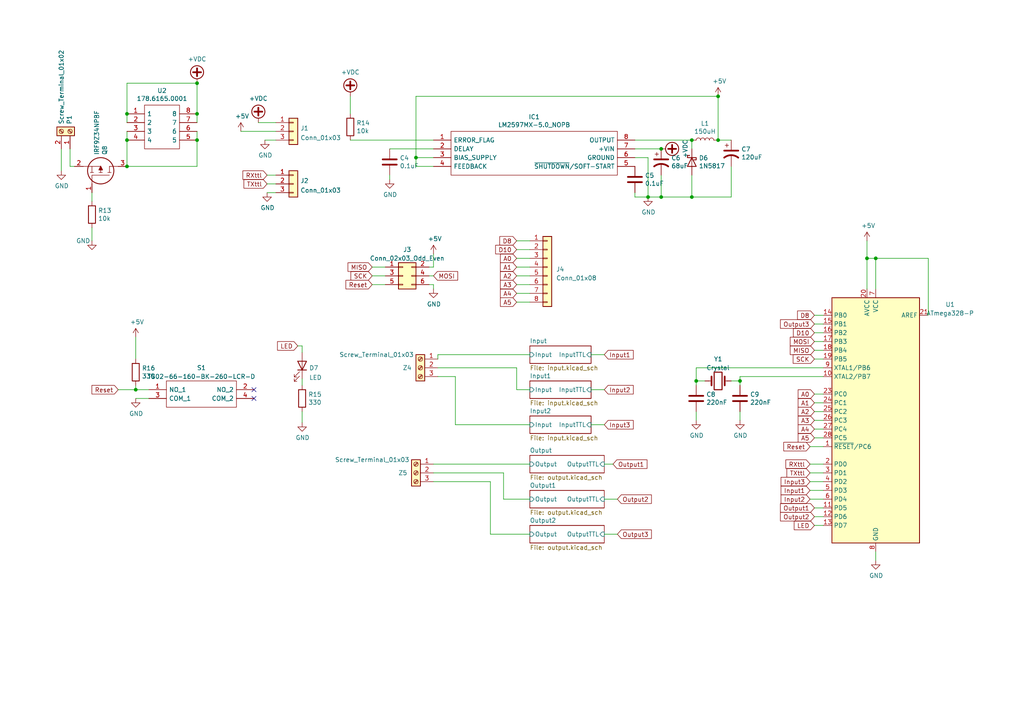
<source format=kicad_sch>
(kicad_sch (version 20230121) (generator eeschema)
  (paper "A4")
  (lib_symbols
    (symbol "Connector:Screw_Terminal_01x02" (pin_names (offset 1.016) hide)
      (property "Reference" "J" (at 0 2.54 0))
      (property "Value" "Screw_Terminal_01x02" (at 0 -5.08 0))
      (symbol "Screw_Terminal_01x02_1_1"
        (rectangle (start -1.27 1.27) (end 1.27 -3.81) (stroke (width 0.254)) (fill (type background)))
        (circle (center 0 -2.54) (radius 0.635) (stroke (width 0.1524)))
        (polyline (pts (xy -0.5334 -2.2098) (xy 0.3302 -3.048)) (stroke (width 0.1524)))
        (polyline (pts (xy -0.5334 0.3302) (xy 0.3302 -0.508)) (stroke (width 0.1524)))
        (polyline (pts (xy -0.3556 -2.032) (xy 0.508 -2.8702)) (stroke (width 0.1524)))
        (polyline (pts (xy -0.3556 0.508) (xy 0.508 -0.3302)) (stroke (width 0.1524)))
        (circle (center 0 0) (radius 0.635) (stroke (width 0.1524)))
        (pin passive line (at -5.08 0 0) (length 3.81) (name "Pin_1") (number "1"))
        (pin passive line (at -5.08 -2.54 0) (length 3.81) (name "Pin_2") (number "2"))
      )
    )
    (symbol "Connector:Screw_Terminal_01x03" (pin_names (offset 1.016) hide)
      (property "Reference" "J" (at 0 5.08 0))
      (property "Value" "Screw_Terminal_01x03" (at 0 -5.08 0))
      (symbol "Screw_Terminal_01x03_1_1"
        (rectangle (start -1.27 3.81) (end 1.27 -3.81) (stroke (width 0.254)) (fill (type background)))
        (circle (center 0 -2.54) (radius 0.635) (stroke (width 0.1524)))
        (polyline (pts (xy -0.5334 -2.2098) (xy 0.3302 -3.048)) (stroke (width 0.1524)))
        (polyline (pts (xy -0.5334 0.3302) (xy 0.3302 -0.508)) (stroke (width 0.1524)))
        (polyline (pts (xy -0.5334 2.8702) (xy 0.3302 2.032)) (stroke (width 0.1524)))
        (polyline (pts (xy -0.3556 -2.032) (xy 0.508 -2.8702)) (stroke (width 0.1524)))
        (polyline (pts (xy -0.3556 0.508) (xy 0.508 -0.3302)) (stroke (width 0.1524)))
        (polyline (pts (xy -0.3556 3.048) (xy 0.508 2.2098)) (stroke (width 0.1524)))
        (circle (center 0 0) (radius 0.635) (stroke (width 0.1524)))
        (circle (center 0 2.54) (radius 0.635) (stroke (width 0.1524)))
        (pin passive line (at -5.08 2.54 0) (length 3.81) (name "Pin_1") (number "1"))
        (pin passive line (at -5.08 0 0) (length 3.81) (name "Pin_2") (number "2"))
        (pin passive line (at -5.08 -2.54 0) (length 3.81) (name "Pin_3") (number "3"))
      )
    )
    (symbol "Connector_Generic:Conn_01x03" (pin_names (offset 1.016) hide)
      (property "Reference" "J" (at 0 5.08 0))
      (property "Value" "Conn_01x03" (at 0 -5.08 0))
      (symbol "Conn_01x03_1_1"
        (rectangle (start -1.27 -2.413) (end 0 -2.667) (stroke (width 0.1524)))
        (rectangle (start -1.27 0.127) (end 0 -0.127) (stroke (width 0.1524)))
        (rectangle (start -1.27 2.667) (end 0 2.413) (stroke (width 0.1524)))
        (rectangle (start -1.27 3.81) (end 1.27 -3.81) (stroke (width 0.254)) (fill (type background)))
        (pin passive line (at -5.08 2.54 0) (length 3.81) (name "Pin_1") (number "1"))
        (pin passive line (at -5.08 0 0) (length 3.81) (name "Pin_2") (number "2"))
        (pin passive line (at -5.08 -2.54 0) (length 3.81) (name "Pin_3") (number "3"))
      )
    )
    (symbol "Connector_Generic:Conn_01x08" (pin_names (offset 1.016) hide)
      (property "Reference" "J" (at 0 10.16 0))
      (property "Value" "Conn_01x08" (at 0 -12.7 0))
      (symbol "Conn_01x08_1_1"
        (rectangle (start -1.27 -10.033) (end 0 -10.287) (stroke (width 0.1524)))
        (rectangle (start -1.27 -7.493) (end 0 -7.747) (stroke (width 0.1524)))
        (rectangle (start -1.27 -4.953) (end 0 -5.207) (stroke (width 0.1524)))
        (rectangle (start -1.27 -2.413) (end 0 -2.667) (stroke (width 0.1524)))
        (rectangle (start -1.27 0.127) (end 0 -0.127) (stroke (width 0.1524)))
        (rectangle (start -1.27 2.667) (end 0 2.413) (stroke (width 0.1524)))
        (rectangle (start -1.27 5.207) (end 0 4.953) (stroke (width 0.1524)))
        (rectangle (start -1.27 7.747) (end 0 7.493) (stroke (width 0.1524)))
        (rectangle (start -1.27 8.89) (end 1.27 -11.43) (stroke (width 0.254)) (fill (type background)))
        (pin passive line (at -5.08 7.62 0) (length 3.81) (name "Pin_1") (number "1"))
        (pin passive line (at -5.08 5.08 0) (length 3.81) (name "Pin_2") (number "2"))
        (pin passive line (at -5.08 2.54 0) (length 3.81) (name "Pin_3") (number "3"))
        (pin passive line (at -5.08 0 0) (length 3.81) (name "Pin_4") (number "4"))
        (pin passive line (at -5.08 -2.54 0) (length 3.81) (name "Pin_5") (number "5"))
        (pin passive line (at -5.08 -5.08 0) (length 3.81) (name "Pin_6") (number "6"))
        (pin passive line (at -5.08 -7.62 0) (length 3.81) (name "Pin_7") (number "7"))
        (pin passive line (at -5.08 -10.16 0) (length 3.81) (name "Pin_8") (number "8"))
      )
    )
    (symbol "Connector_Generic:Conn_02x03_Odd_Even" (pin_names (offset 1.016) hide)
      (property "Reference" "J" (at 1.27 5.08 0))
      (property "Value" "Conn_02x03_Odd_Even" (at 1.27 -5.08 0))
      (symbol "Conn_02x03_Odd_Even_1_1"
        (rectangle (start -1.27 -2.413) (end 0 -2.667) (stroke (width 0.1524)))
        (rectangle (start -1.27 0.127) (end 0 -0.127) (stroke (width 0.1524)))
        (rectangle (start -1.27 2.667) (end 0 2.413) (stroke (width 0.1524)))
        (rectangle (start -1.27 3.81) (end 3.81 -3.81) (stroke (width 0.254)) (fill (type background)))
        (rectangle (start 3.81 -2.413) (end 2.54 -2.667) (stroke (width 0.1524)))
        (rectangle (start 3.81 0.127) (end 2.54 -0.127) (stroke (width 0.1524)))
        (rectangle (start 3.81 2.667) (end 2.54 2.413) (stroke (width 0.1524)))
        (pin passive line (at -5.08 2.54 0) (length 3.81) (name "Pin_1") (number "1"))
        (pin passive line (at 7.62 2.54 180) (length 3.81) (name "Pin_2") (number "2"))
        (pin passive line (at -5.08 0 0) (length 3.81) (name "Pin_3") (number "3"))
        (pin passive line (at 7.62 0 180) (length 3.81) (name "Pin_4") (number "4"))
        (pin passive line (at -5.08 -2.54 0) (length 3.81) (name "Pin_5") (number "5"))
        (pin passive line (at 7.62 -2.54 180) (length 3.81) (name "Pin_6") (number "6"))
      )
    )
    (symbol "Device:C" (pin_numbers hide) (pin_names (offset 0.254))
      (property "Reference" "C" (at 0.635 2.54 0))
      (property "Value" "C" (at 0.635 -2.54 0))
      (symbol "C_0_1"
        (polyline (pts (xy -2.032 -0.762) (xy 2.032 -0.762)) (stroke (width 0.508)))
        (polyline (pts (xy -2.032 0.762) (xy 2.032 0.762)) (stroke (width 0.508)))
      )
      (symbol "C_1_1"
        (pin passive line (at 0 3.81 270) (length 2.794) (name "~") (number "1"))
        (pin passive line (at 0 -3.81 90) (length 2.794) (name "~") (number "2"))
      )
    )
    (symbol "Device:CP1" (pin_numbers hide) (pin_names (offset 0.254) hide)
      (property "Reference" "C" (at 0.635 2.54 0))
      (property "Value" "Device_CP1" (at 0.635 -2.54 0))
      (symbol "CP1_0_1"
        (polyline (pts (xy -2.032 0.762) (xy 2.032 0.762)) (stroke (width 0.508)))
        (polyline (pts (xy -1.778 2.286) (xy -0.762 2.286)))
        (polyline (pts (xy -1.27 1.778) (xy -1.27 2.794)))
        (arc (start 2.032 -1.27) (mid 0 -0.5572) (end -2.032 -1.27) (stroke (width 0.508)))
      )
      (symbol "CP1_1_1"
        (pin passive line (at 0 3.81 270) (length 2.794) (name "~") (number "1"))
        (pin passive line (at 0 -3.81 90) (length 3.302) (name "~") (number "2"))
      )
    )
    (symbol "Device:Crystal" (pin_numbers hide) (pin_names (offset 1.016) hide)
      (property "Reference" "Y" (at 0 3.81 0))
      (property "Value" "Crystal" (at 0 -3.81 0))
      (symbol "Crystal_0_1"
        (rectangle (start -1.143 2.54) (end 1.143 -2.54) (stroke (width 0.3048)))
        (polyline (pts (xy -2.54 0) (xy -1.905 0)))
        (polyline (pts (xy -1.905 -1.27) (xy -1.905 1.27)) (stroke (width 0.508)))
        (polyline (pts (xy 1.905 -1.27) (xy 1.905 1.27)) (stroke (width 0.508)))
        (polyline (pts (xy 2.54 0) (xy 1.905 0)))
      )
      (symbol "Crystal_1_1"
        (pin passive line (at -3.81 0 0) (length 1.27) (name "1") (number "1"))
        (pin passive line (at 3.81 0 180) (length 1.27) (name "2") (number "2"))
      )
    )
    (symbol "Device:L" (pin_numbers hide) (pin_names (offset 1.016) hide)
      (property "Reference" "L" (at -1.27 0 90))
      (property "Value" "L" (at 1.905 0 90))
      (symbol "L_0_1"
        (arc (start 0 -2.54) (mid 0.6323 -1.905) (end 0 -1.27))
        (arc (start 0 -1.27) (mid 0.6323 -0.635) (end 0 0))
        (arc (start 0 0) (mid 0.6323 0.635) (end 0 1.27))
        (arc (start 0 1.27) (mid 0.6323 1.905) (end 0 2.54))
      )
      (symbol "L_1_1"
        (pin passive line (at 0 3.81 270) (length 1.27) (name "1") (number "1"))
        (pin passive line (at 0 -3.81 90) (length 1.27) (name "2") (number "2"))
      )
    )
    (symbol "Device:LED" (pin_numbers hide) (pin_names (offset 1.016) hide)
      (property "Reference" "D" (at 0 2.54 0))
      (property "Value" "LED" (at 0 -2.54 0))
      (symbol "LED_0_1"
        (polyline (pts (xy -1.27 -1.27) (xy -1.27 1.27)) (stroke (width 0.254)))
        (polyline (pts (xy -1.27 0) (xy 1.27 0)))
        (polyline (pts (xy 1.27 -1.27) (xy 1.27 1.27) (xy -1.27 0) (xy 1.27 -1.27)) (stroke (width 0.254)))
        (polyline (pts (xy -3.048 -0.762) (xy -4.572 -2.286) (xy -3.81 -2.286) (xy -4.572 -2.286) (xy -4.572 -1.524)))
        (polyline (pts (xy -1.778 -0.762) (xy -3.302 -2.286) (xy -2.54 -2.286) (xy -3.302 -2.286) (xy -3.302 -1.524)))
      )
      (symbol "LED_1_1"
        (pin passive line (at -3.81 0 0) (length 2.54) (name "K") (number "1"))
        (pin passive line (at 3.81 0 180) (length 2.54) (name "A") (number "2"))
      )
    )
    (symbol "Device:R" (pin_numbers hide) (pin_names (offset 0))
      (property "Reference" "R" (at 2.032 0 90))
      (property "Value" "R" (at 0 0 90))
      (symbol "R_0_1"
        (rectangle (start -1.016 -2.54) (end 1.016 2.54) (stroke (width 0.254)))
      )
      (symbol "R_1_1"
        (pin passive line (at 0 3.81 270) (length 1.27) (name "~") (number "1"))
        (pin passive line (at 0 -3.81 90) (length 1.27) (name "~") (number "2"))
      )
    )
    (symbol "Diode:1N5817" (pin_numbers hide) (pin_names (offset 1.016) hide)
      (property "Reference" "D" (at 0 2.54 0))
      (property "Value" "1N5817" (at 0 -2.54 0))
      (symbol "1N5817_0_1"
        (polyline (pts (xy 1.27 0) (xy -1.27 0)))
        (polyline (pts (xy 1.27 1.27) (xy 1.27 -1.27) (xy -1.27 0) (xy 1.27 1.27)) (stroke (width 0.254)))
        (polyline (pts (xy -1.905 0.635) (xy -1.905 1.27) (xy -1.27 1.27) (xy -1.27 -1.27) (xy -0.635 -1.27) (xy -0.635 -0.635)) (stroke (width 0.254)))
      )
      (symbol "1N5817_1_1"
        (pin passive line (at -3.81 0 0) (length 2.54) (name "K") (number "1"))
        (pin passive line (at 3.81 0 180) (length 2.54) (name "A") (number "2"))
      )
    )
    (symbol "MCU_Microchip_ATmega:ATmega328-P"
      (property "Reference" "U" (at -12.7 36.83 0))
      (property "Value" "ATmega328-P" (at 2.54 -36.83 0))
      (symbol "ATmega328-P_0_1"
        (rectangle (start -12.7 -35.56) (end 12.7 35.56) (stroke (width 0.254)) (fill (type background)))
      )
      (symbol "ATmega328-P_1_1"
        (pin bidirectional line (at 15.24 -7.62 180) (length 2.54) (name "~{RESET}/PC6") (number "1"))
        (pin bidirectional line (at 15.24 12.7 180) (length 2.54) (name "XTAL2/PB7") (number "10"))
        (pin bidirectional line (at 15.24 -25.4 180) (length 2.54) (name "PD5") (number "11"))
        (pin bidirectional line (at 15.24 -27.94 180) (length 2.54) (name "PD6") (number "12"))
        (pin bidirectional line (at 15.24 -30.48 180) (length 2.54) (name "PD7") (number "13"))
        (pin bidirectional line (at 15.24 30.48 180) (length 2.54) (name "PB0") (number "14"))
        (pin bidirectional line (at 15.24 27.94 180) (length 2.54) (name "PB1") (number "15"))
        (pin bidirectional line (at 15.24 25.4 180) (length 2.54) (name "PB2") (number "16"))
        (pin bidirectional line (at 15.24 22.86 180) (length 2.54) (name "PB3") (number "17"))
        (pin bidirectional line (at 15.24 20.32 180) (length 2.54) (name "PB4") (number "18"))
        (pin bidirectional line (at 15.24 17.78 180) (length 2.54) (name "PB5") (number "19"))
        (pin bidirectional line (at 15.24 -12.7 180) (length 2.54) (name "PD0") (number "2"))
        (pin power_in line (at 2.54 38.1 270) (length 2.54) (name "AVCC") (number "20"))
        (pin passive line (at -15.24 30.48 0) (length 2.54) (name "AREF") (number "21"))
        (pin passive line (at 0 -38.1 90) (length 2.54) hide (name "GND") (number "22"))
        (pin bidirectional line (at 15.24 7.62 180) (length 2.54) (name "PC0") (number "23"))
        (pin bidirectional line (at 15.24 5.08 180) (length 2.54) (name "PC1") (number "24"))
        (pin bidirectional line (at 15.24 2.54 180) (length 2.54) (name "PC2") (number "25"))
        (pin bidirectional line (at 15.24 0 180) (length 2.54) (name "PC3") (number "26"))
        (pin bidirectional line (at 15.24 -2.54 180) (length 2.54) (name "PC4") (number "27"))
        (pin bidirectional line (at 15.24 -5.08 180) (length 2.54) (name "PC5") (number "28"))
        (pin bidirectional line (at 15.24 -15.24 180) (length 2.54) (name "PD1") (number "3"))
        (pin bidirectional line (at 15.24 -17.78 180) (length 2.54) (name "PD2") (number "4"))
        (pin bidirectional line (at 15.24 -20.32 180) (length 2.54) (name "PD3") (number "5"))
        (pin bidirectional line (at 15.24 -22.86 180) (length 2.54) (name "PD4") (number "6"))
        (pin power_in line (at 0 38.1 270) (length 2.54) (name "VCC") (number "7"))
        (pin power_in line (at 0 -38.1 90) (length 2.54) (name "GND") (number "8"))
        (pin bidirectional line (at 15.24 15.24 180) (length 2.54) (name "XTAL1/PB6") (number "9"))
      )
    )
    (symbol "SamacSys_Parts:178.6165.0001" (pin_names (offset 0.762))
      (property "Reference" "U" (at 16.51 7.62 0))
      (property "Value" "SamacSys_Parts_178.6165.0001" (at 16.51 5.08 0))
      (symbol "178.6165.0001_0_0"
        (pin passive line (at 0 0 0) (length 5.08) (name "1") (number "1"))
        (pin passive line (at 0 -2.54 0) (length 5.08) (name "2") (number "2"))
        (pin passive line (at 0 -5.08 0) (length 5.08) (name "3") (number "3"))
        (pin passive line (at 0 -7.62 0) (length 5.08) (name "4") (number "4"))
        (pin passive line (at 20.32 -7.62 180) (length 5.08) (name "5") (number "5"))
        (pin passive line (at 20.32 -5.08 180) (length 5.08) (name "6") (number "6"))
        (pin passive line (at 20.32 -2.54 180) (length 5.08) (name "7") (number "7"))
        (pin passive line (at 20.32 0 180) (length 5.08) (name "8") (number "8"))
      )
      (symbol "178.6165.0001_0_1"
        (polyline (pts (xy 5.08 2.54) (xy 15.24 2.54) (xy 15.24 -10.16) (xy 5.08 -10.16) (xy 5.08 2.54)) (stroke (width 0.1524)))
      )
    )
    (symbol "SamacSys_Parts:IRF9Z34NPBF" (pin_names (offset 0.762))
      (property "Reference" "Q" (at 11.43 3.81 0))
      (property "Value" "SamacSys_Parts_IRF9Z34NPBF" (at 11.43 1.27 0))
      (symbol "IRF9Z34NPBF_0_0"
        (pin passive line (at 0 0 0) (length 2.54) (name "~") (number "1"))
        (pin passive line (at 7.62 -5.08 90) (length 2.54) (name "~") (number "2"))
        (pin passive line (at 7.62 10.16 270) (length 2.54) (name "~") (number "3"))
      )
      (symbol "IRF9Z34NPBF_0_1"
        (polyline (pts (xy 5.842 -0.508) (xy 5.842 0.508)) (stroke (width 0.1524)))
        (polyline (pts (xy 5.842 0) (xy 7.62 0)) (stroke (width 0.1524)))
        (polyline (pts (xy 5.842 2.032) (xy 5.842 3.048)) (stroke (width 0.1524)))
        (polyline (pts (xy 5.842 5.588) (xy 5.842 4.572)) (stroke (width 0.1524)))
        (polyline (pts (xy 7.62 2.54) (xy 5.842 2.54)) (stroke (width 0.1524)))
        (polyline (pts (xy 7.62 2.54) (xy 7.62 -2.54)) (stroke (width 0.1524)))
        (polyline (pts (xy 7.62 5.08) (xy 5.842 5.08)) (stroke (width 0.1524)))
        (polyline (pts (xy 7.62 5.08) (xy 7.62 7.62)) (stroke (width 0.1524)))
        (polyline (pts (xy 2.54 0) (xy 5.08 0) (xy 5.08 5.08)) (stroke (width 0.1524)))
        (polyline (pts (xy 7.62 2.54) (xy 6.604 3.048) (xy 6.604 2.032) (xy 7.62 2.54)) (stroke (width 0.254)) (fill (type outline)))
        (circle (center 6.35 2.54) (radius 3.81) (stroke (width 0.254)))
      )
    )
    (symbol "SamacSys_Parts:LM2597MX-5.0_NOPB" (pin_names (offset 0.762))
      (property "Reference" "IC" (at 54.61 7.62 0))
      (property "Value" "SamacSys_Parts_LM2597MX-5.0_NOPB" (at 54.61 5.08 0))
      (symbol "LM2597MX-5.0_NOPB_0_0"
        (pin passive line (at 0 0 0) (length 5.08) (name "ERROR_FLAG") (number "1"))
        (pin passive line (at 0 -2.54 0) (length 5.08) (name "DELAY") (number "2"))
        (pin passive line (at 0 -5.08 0) (length 5.08) (name "BIAS_SUPPLY") (number "3"))
        (pin passive line (at 0 -7.62 0) (length 5.08) (name "FEEDBACK") (number "4"))
        (pin passive line (at 58.42 -7.62 180) (length 5.08) (name "~{SHUTDOWN}/SOFT-START") (number "5"))
        (pin passive line (at 58.42 -5.08 180) (length 5.08) (name "GROUND") (number "6"))
        (pin passive line (at 58.42 -2.54 180) (length 5.08) (name "+VIN") (number "7"))
        (pin passive line (at 58.42 0 180) (length 5.08) (name "OUTPUT") (number "8"))
      )
      (symbol "LM2597MX-5.0_NOPB_0_1"
        (polyline (pts (xy 5.08 2.54) (xy 53.34 2.54) (xy 53.34 -10.16) (xy 5.08 -10.16) (xy 5.08 2.54)) (stroke (width 0.1524)))
      )
    )
    (symbol "SamacSys_Parts:TS02-66-160-BK-260-LCR-D" (pin_names (offset 0.762))
      (property "Reference" "S" (at 26.67 7.62 0))
      (property "Value" "TS02-66-160-BK-260-LCR-D" (at 26.67 5.08 0))
      (symbol "TS02-66-160-BK-260-LCR-D_0_0"
        (pin passive line (at 0 0 0) (length 5.08) (name "NO_1") (number "1"))
        (pin passive line (at 30.48 0 180) (length 5.08) (name "NO_2") (number "2"))
        (pin passive line (at 0 -2.54 0) (length 5.08) (name "COM_1") (number "3"))
        (pin passive line (at 30.48 -2.54 180) (length 5.08) (name "COM_2") (number "4"))
      )
      (symbol "TS02-66-160-BK-260-LCR-D_0_1"
        (polyline (pts (xy 5.08 2.54) (xy 25.4 2.54) (xy 25.4 -5.08) (xy 5.08 -5.08) (xy 5.08 2.54)) (stroke (width 0.1524)))
      )
    )
    (symbol "power:+5V" (power) (pin_names (offset 0))
      (property "Value" "+5V" (at 0 3.556 0))
      (symbol "+5V_0_1"
        (polyline (pts (xy -0.762 1.27) (xy 0 2.54)))
        (polyline (pts (xy 0 0) (xy 0 2.54)))
        (polyline (pts (xy 0 2.54) (xy 0.762 1.27)))
      )
      (symbol "+5V_1_1"
        (pin power_in line (at 0 0 90) (length 0) hide (name "+5V") (number "1"))
      )
    )
    (symbol "power:+VDC" (power) (pin_names (offset 0))
      (property "Value" "+VDC" (at 0 6.35 0))
      (symbol "+VDC_0_1"
        (polyline (pts (xy -1.143 3.175) (xy 1.143 3.175)) (stroke (width 0.508)))
        (polyline (pts (xy 0 0) (xy 0 1.27)))
        (polyline (pts (xy 0 2.032) (xy 0 4.318)) (stroke (width 0.508)))
        (circle (center 0 3.175) (radius 1.905) (stroke (width 0.254)))
      )
      (symbol "+VDC_1_1"
        (pin power_in line (at 0 0 90) (length 0) hide (name "+VDC") (number "1"))
      )
    )
    (symbol "power:GND" (power) (pin_names (offset 0))
      (property "Value" "GND" (at 0 -3.81 0))
      (symbol "GND_0_1"
        (polyline (pts (xy 0 0) (xy 0 -1.27) (xy 1.27 -1.27) (xy 0 -2.54) (xy -1.27 -1.27) (xy 0 -1.27)))
      )
      (symbol "GND_1_1"
        (pin power_in line (at 0 0 270) (length 0) hide (name "GND") (number "1"))
      )
    )
  )
  (junction (at 200.66 57.15))
  (junction (at 39.37 113.03))
  (junction (at 200.66 40.64))
  (junction (at 208.28 40.64))
  (junction (at 57.15 40.64))
  (junction (at 57.15 33.02))
  (junction (at 36.83 40.64))
  (junction (at 191.77 57.15))
  (junction (at 251.46 74.93))
  (junction (at 120.65 45.72))
  (junction (at 57.15 24.13))
  (junction (at 208.28 27.94))
  (junction (at 201.93 110.49))
  (junction (at 191.77 43.18))
  (junction (at 36.83 33.02))
  (junction (at 36.83 48.26))
  (junction (at 187.96 57.15))
  (junction (at 254 74.93))
  (junction (at 214.63 110.49))
  (no_connect (at 73.66 113.03))
  (no_connect (at 73.66 115.57))
  (wire (pts (xy 175.26 144.78) (xy 179.07 144.78)))
  (wire (pts (xy 125.73 82.55) (xy 124.46 82.55)))
  (wire (pts (xy 101.6 33.02) (xy 101.6 27.94)))
  (wire (pts (xy 20.32 48.26) (xy 20.32 43.18)))
  (wire (pts (xy 171.45 102.87) (xy 175.26 102.87)))
  (wire (pts (xy 74.93 35.56) (xy 80.01 35.56)))
  (wire (pts (xy 36.83 35.56) (xy 36.83 33.02)))
  (wire (pts (xy 254 160.02) (xy 254 162.56)))
  (wire (pts (xy 234.95 142.24) (xy 238.76 142.24)))
  (wire (pts (xy 120.65 48.26) (xy 120.65 45.72)))
  (wire (pts (xy 201.93 110.49) (xy 201.93 111.76)))
  (wire (pts (xy 76.835 40.64) (xy 80.01 40.64)))
  (wire (pts (xy 212.09 57.15) (xy 200.66 57.15)))
  (wire (pts (xy 39.37 111.76) (xy 39.37 113.03)))
  (wire (pts (xy 236.22 91.44) (xy 238.76 91.44)))
  (wire (pts (xy 149.86 85.09) (xy 153.67 85.09)))
  (wire (pts (xy 125.73 137.16) (xy 146.05 137.16)))
  (wire (pts (xy 39.37 97.79) (xy 39.37 104.14)))
  (wire (pts (xy 214.63 119.38) (xy 214.63 121.92)))
  (wire (pts (xy 236.22 99.06) (xy 238.76 99.06)))
  (wire (pts (xy 236.22 116.84) (xy 238.76 116.84)))
  (wire (pts (xy 39.37 113.03) (xy 43.18 113.03)))
  (wire (pts (xy 175.26 134.62) (xy 177.8 134.62)))
  (wire (pts (xy 142.24 154.94) (xy 153.67 154.94)))
  (wire (pts (xy 132.08 123.19) (xy 132.08 109.22)))
  (wire (pts (xy 236.22 96.52) (xy 238.76 96.52)))
  (wire (pts (xy 127 106.68) (xy 149.86 106.68)))
  (wire (pts (xy 236.22 104.14) (xy 238.76 104.14)))
  (wire (pts (xy 236.22 152.4) (xy 238.76 152.4)))
  (wire (pts (xy 149.86 113.03) (xy 153.67 113.03)))
  (wire (pts (xy 236.22 127) (xy 238.76 127)))
  (wire (pts (xy 149.86 72.39) (xy 153.67 72.39)))
  (wire (pts (xy 212.09 48.26) (xy 212.09 57.15)))
  (wire (pts (xy 254 74.93) (xy 251.46 74.93)))
  (wire (pts (xy 200.66 50.8) (xy 200.66 57.15)))
  (wire (pts (xy 26.67 66.04) (xy 26.67 69.85)))
  (wire (pts (xy 184.15 57.15) (xy 187.96 57.15)))
  (wire (pts (xy 77.47 50.8) (xy 80.01 50.8)))
  (wire (pts (xy 236.22 119.38) (xy 238.76 119.38)))
  (wire (pts (xy 17.78 49.53) (xy 17.78 43.18)))
  (wire (pts (xy 269.24 91.44) (xy 269.24 74.93)))
  (wire (pts (xy 146.05 144.78) (xy 153.67 144.78)))
  (wire (pts (xy 124.46 80.01) (xy 125.73 80.01)))
  (wire (pts (xy 125.73 48.26) (xy 120.65 48.26)))
  (wire (pts (xy 120.65 45.72) (xy 120.65 27.94)))
  (wire (pts (xy 149.86 87.63) (xy 153.67 87.63)))
  (wire (pts (xy 120.65 27.94) (xy 208.28 27.94)))
  (wire (pts (xy 125.73 40.64) (xy 101.6 40.64)))
  (wire (pts (xy 200.66 40.64) (xy 184.15 40.64)))
  (wire (pts (xy 142.24 139.7) (xy 142.24 154.94)))
  (wire (pts (xy 36.83 24.13) (xy 36.83 33.02)))
  (wire (pts (xy 201.93 106.68) (xy 201.93 110.49)))
  (wire (pts (xy 191.77 50.8) (xy 191.77 57.15)))
  (wire (pts (xy 171.45 113.03) (xy 175.26 113.03)))
  (wire (pts (xy 77.47 53.34) (xy 80.01 53.34)))
  (wire (pts (xy 234.95 137.16) (xy 238.76 137.16)))
  (wire (pts (xy 87.63 100.33) (xy 87.63 102.235)))
  (wire (pts (xy 149.86 82.55) (xy 153.67 82.55)))
  (wire (pts (xy 234.95 134.62) (xy 238.76 134.62)))
  (wire (pts (xy 107.95 77.47) (xy 111.76 77.47)))
  (wire (pts (xy 149.86 74.93) (xy 153.67 74.93)))
  (wire (pts (xy 236.22 124.46) (xy 238.76 124.46)))
  (wire (pts (xy 212.09 110.49) (xy 214.63 110.49)))
  (wire (pts (xy 251.46 74.93) (xy 251.46 83.82)))
  (wire (pts (xy 191.77 57.15) (xy 187.96 57.15)))
  (wire (pts (xy 254 74.93) (xy 254 83.82)))
  (wire (pts (xy 125.73 43.18) (xy 113.03 43.18)))
  (wire (pts (xy 236.22 114.3) (xy 238.76 114.3)))
  (wire (pts (xy 234.95 139.7) (xy 238.76 139.7)))
  (wire (pts (xy 153.67 102.87) (xy 127 102.87)))
  (wire (pts (xy 26.67 58.42) (xy 26.67 55.88)))
  (wire (pts (xy 77.47 55.88) (xy 80.01 55.88)))
  (wire (pts (xy 36.83 24.13) (xy 57.15 24.13)))
  (wire (pts (xy 125.73 77.47) (xy 125.73 73.66)))
  (wire (pts (xy 214.63 109.22) (xy 214.63 110.49)))
  (wire (pts (xy 149.86 80.01) (xy 153.67 80.01)))
  (wire (pts (xy 208.28 27.94) (xy 208.28 40.64)))
  (wire (pts (xy 171.45 123.19) (xy 175.26 123.19)))
  (wire (pts (xy 175.26 154.94) (xy 179.07 154.94)))
  (wire (pts (xy 153.67 123.19) (xy 132.08 123.19)))
  (wire (pts (xy 107.95 82.55) (xy 111.76 82.55)))
  (wire (pts (xy 184.15 55.88) (xy 184.15 57.15)))
  (wire (pts (xy 125.73 134.62) (xy 153.67 134.62)))
  (wire (pts (xy 57.15 48.26) (xy 57.15 40.64)))
  (wire (pts (xy 269.24 74.93) (xy 254 74.93)))
  (wire (pts (xy 201.93 119.38) (xy 201.93 121.92)))
  (wire (pts (xy 120.65 45.72) (xy 125.73 45.72)))
  (wire (pts (xy 57.15 33.02) (xy 57.15 24.13)))
  (wire (pts (xy 201.93 106.68) (xy 238.76 106.68)))
  (wire (pts (xy 127 102.87) (xy 127 104.14)))
  (wire (pts (xy 87.63 109.855) (xy 87.63 111.76)))
  (wire (pts (xy 57.15 35.56) (xy 57.15 33.02)))
  (wire (pts (xy 187.96 45.72) (xy 187.96 57.15)))
  (wire (pts (xy 36.83 38.1) (xy 36.83 40.64)))
  (wire (pts (xy 234.95 129.54) (xy 238.76 129.54)))
  (wire (pts (xy 236.22 149.86) (xy 238.76 149.86)))
  (wire (pts (xy 200.66 43.18) (xy 200.66 40.64)))
  (wire (pts (xy 236.22 147.32) (xy 238.76 147.32)))
  (wire (pts (xy 191.77 43.18) (xy 184.15 43.18)))
  (wire (pts (xy 236.22 93.98) (xy 238.76 93.98)))
  (wire (pts (xy 204.47 110.49) (xy 201.93 110.49)))
  (wire (pts (xy 208.28 40.64) (xy 212.09 40.64)))
  (wire (pts (xy 234.95 144.78) (xy 238.76 144.78)))
  (wire (pts (xy 124.46 77.47) (xy 125.73 77.47)))
  (wire (pts (xy 251.46 69.85) (xy 251.46 74.93)))
  (wire (pts (xy 125.73 139.7) (xy 142.24 139.7)))
  (wire (pts (xy 236.22 101.6) (xy 238.76 101.6)))
  (wire (pts (xy 146.05 137.16) (xy 146.05 144.78)))
  (wire (pts (xy 57.15 40.64) (xy 57.15 38.1)))
  (wire (pts (xy 21.59 48.26) (xy 20.32 48.26)))
  (wire (pts (xy 34.29 113.03) (xy 39.37 113.03)))
  (wire (pts (xy 149.86 106.68) (xy 149.86 113.03)))
  (wire (pts (xy 125.73 83.82) (xy 125.73 82.55)))
  (wire (pts (xy 200.66 57.15) (xy 191.77 57.15)))
  (wire (pts (xy 36.83 40.64) (xy 36.83 48.26)))
  (wire (pts (xy 39.37 115.57) (xy 43.18 115.57)))
  (wire (pts (xy 36.83 48.26) (xy 57.15 48.26)))
  (wire (pts (xy 69.85 38.1) (xy 80.01 38.1)))
  (wire (pts (xy 236.22 121.92) (xy 238.76 121.92)))
  (wire (pts (xy 214.63 110.49) (xy 214.63 111.76)))
  (wire (pts (xy 86.36 100.33) (xy 87.63 100.33)))
  (wire (pts (xy 184.15 45.72) (xy 187.96 45.72)))
  (wire (pts (xy 214.63 109.22) (xy 238.76 109.22)))
  (wire (pts (xy 107.95 80.01) (xy 111.76 80.01)))
  (wire (pts (xy 149.86 69.85) (xy 153.67 69.85)))
  (wire (pts (xy 132.08 109.22) (xy 127 109.22)))
  (wire (pts (xy 87.63 119.38) (xy 87.63 122.555)))
  (wire (pts (xy 149.86 77.47) (xy 153.67 77.47)))
  (wire (pts (xy 113.03 52.07) (xy 113.03 50.8)))
  (global_label "Input1" (shape input) (at 175.26 102.87 0) (property "Intersheetrefs" "${INTERSHEET_REFS}" (effects hide)))
  (global_label "LED" (shape input) (at 236.22 152.4 180) (property "Intersheetrefs" "${INTERSHEET_REFS}" (effects hide)))
  (global_label "Input2" (shape input) (at 234.95 144.78 180) (property "Intersheetrefs" "${INTERSHEET_REFS}" (effects hide)))
  (global_label "Output2" (shape input) (at 236.22 149.86 180) (property "Intersheetrefs" "${INTERSHEET_REFS}" (effects hide)))
  (global_label "Output1" (shape input) (at 236.22 147.32 180) (property "Intersheetrefs" "${INTERSHEET_REFS}" (effects hide)))
  (global_label "SCK" (shape input) (at 236.22 104.14 180) (property "Intersheetrefs" "${INTERSHEET_REFS}" (effects hide)))
  (global_label "LED" (shape input) (at 86.36 100.33 180) (property "Intersheetrefs" "${INTERSHEET_REFS}" (effects hide)))
  (global_label "Input3" (shape input) (at 234.95 139.7 180) (property "Intersheetrefs" "${INTERSHEET_REFS}" (effects hide)))
  (global_label "Reset" (shape input) (at 234.95 129.54 180) (property "Intersheetrefs" "${INTERSHEET_REFS}" (effects hide)))
  (global_label "A4" (shape input) (at 236.22 124.46 180) (property "Intersheetrefs" "${INTERSHEET_REFS}" (effects hide)))
  (global_label "Input1" (shape input) (at 234.95 142.24 180) (property "Intersheetrefs" "${INTERSHEET_REFS}" (effects hide)))
  (global_label "Input2" (shape input) (at 175.26 113.03 0) (property "Intersheetrefs" "${INTERSHEET_REFS}" (effects hide)))
  (global_label "A5" (shape input) (at 236.22 127 180) (property "Intersheetrefs" "${INTERSHEET_REFS}" (effects hide)))
  (global_label "Output3" (shape input) (at 236.22 93.98 180) (property "Intersheetrefs" "${INTERSHEET_REFS}" (effects hide)))
  (global_label "Output1" (shape input) (at 177.8 134.62 0) (property "Intersheetrefs" "${INTERSHEET_REFS}" (effects hide)))
  (global_label "TXttl" (shape input) (at 77.47 53.34 180) (property "Intersheetrefs" "${INTERSHEET_REFS}" (effects hide)))
  (global_label "SCK" (shape input) (at 107.95 80.01 180) (property "Intersheetrefs" "${INTERSHEET_REFS}" (effects hide)))
  (global_label "A2" (shape input) (at 149.86 80.01 180) (property "Intersheetrefs" "${INTERSHEET_REFS}" (effects hide)))
  (global_label "TXttl" (shape input) (at 234.95 137.16 180) (property "Intersheetrefs" "${INTERSHEET_REFS}" (effects hide)))
  (global_label "MOSI" (shape input) (at 125.73 80.01 0) (property "Intersheetrefs" "${INTERSHEET_REFS}" (effects hide)))
  (global_label "RXttl" (shape input) (at 234.95 134.62 180) (property "Intersheetrefs" "${INTERSHEET_REFS}" (effects hide)))
  (global_label "D8" (shape input) (at 149.86 69.85 180) (property "Intersheetrefs" "${INTERSHEET_REFS}" (effects hide)))
  (global_label "Reset" (shape input) (at 34.29 113.03 180) (property "Intersheetrefs" "${INTERSHEET_REFS}" (effects hide)))
  (global_label "Input3" (shape input) (at 175.26 123.19 0) (property "Intersheetrefs" "${INTERSHEET_REFS}" (effects hide)))
  (global_label "MISO" (shape input) (at 236.22 101.6 180) (property "Intersheetrefs" "${INTERSHEET_REFS}" (effects hide)))
  (global_label "A2" (shape input) (at 236.22 119.38 180) (property "Intersheetrefs" "${INTERSHEET_REFS}" (effects hide)))
  (global_label "Output2" (shape input) (at 179.07 144.78 0) (property "Intersheetrefs" "${INTERSHEET_REFS}" (effects hide)))
  (global_label "Output3" (shape input) (at 179.07 154.94 0) (property "Intersheetrefs" "${INTERSHEET_REFS}" (effects hide)))
  (global_label "MISO" (shape input) (at 107.95 77.47 180) (property "Intersheetrefs" "${INTERSHEET_REFS}" (effects hide)))
  (global_label "A4" (shape input) (at 149.86 85.09 180) (property "Intersheetrefs" "${INTERSHEET_REFS}" (effects hide)))
  (global_label "A0" (shape input) (at 149.86 74.93 180) (property "Intersheetrefs" "${INTERSHEET_REFS}" (effects hide)))
  (global_label "A1" (shape input) (at 149.86 77.47 180) (property "Intersheetrefs" "${INTERSHEET_REFS}" (effects hide)))
  (global_label "A5" (shape input) (at 149.86 87.63 180) (property "Intersheetrefs" "${INTERSHEET_REFS}" (effects hide)))
  (global_label "A3" (shape input) (at 236.22 121.92 180) (property "Intersheetrefs" "${INTERSHEET_REFS}" (effects hide)))
  (global_label "A1" (shape input) (at 236.22 116.84 180) (property "Intersheetrefs" "${INTERSHEET_REFS}" (effects hide)))
  (global_label "D10" (shape input) (at 236.22 96.52 180) (property "Intersheetrefs" "${INTERSHEET_REFS}" (effects hide)))
  (global_label "D8" (shape input) (at 236.22 91.44 180) (property "Intersheetrefs" "${INTERSHEET_REFS}" (effects hide)))
  (global_label "MOSI" (shape input) (at 236.22 99.06 180) (property "Intersheetrefs" "${INTERSHEET_REFS}" (effects hide)))
  (global_label "A0" (shape input) (at 236.22 114.3 180) (property "Intersheetrefs" "${INTERSHEET_REFS}" (effects hide)))
  (global_label "D10" (shape input) (at 149.86 72.39 180) (property "Intersheetrefs" "${INTERSHEET_REFS}" (effects hide)))
  (global_label "Reset" (shape input) (at 107.95 82.55 180) (property "Intersheetrefs" "${INTERSHEET_REFS}" (effects hide)))
  (global_label "A3" (shape input) (at 149.86 82.55 180) (property "Intersheetrefs" "${INTERSHEET_REFS}" (effects hide)))
  (global_label "RXttl" (shape input) (at 77.47 50.8 180) (property "Intersheetrefs" "${INTERSHEET_REFS}" (effects hide)))
  (symbol (lib_id "SamacSys_Parts:LM2597MX-5.0_NOPB") (at 125.73 40.64 0) (unit 1)
    (property "Reference" "IC1" (at 154.94 33.909 0))
    (property "Value" "LM2597MX-5.0_NOPB" (at 154.94 36.2204 0))
    (property "Footprint" "SamacSys_Parts:SOIC127P600X175-8N" (effects hide))
    (property "Datasheet" "http://www.ti.com/lit/gpn/LM2597" (effects hide))
    (property "Description" "SIMPLE SWITCHER Power Converter 150 kHz 0.5A Step-Down Voltage Regulator" (effects hide))
    (property "Height" "1.75" (effects hide))
    (property "Mouser Part Number" "926-LM2597MX50NOPB" (effects hide))
    (property "Mouser Price/Stock" "https://www.mouser.com/Search/Refine.aspx?Keyword=926-LM2597MX50NOPB" (effects hide))
    (property "Manufacturer_Name" "Texas Instruments" (effects hide))
    (property "Manufacturer_Part_Number" "LM2597MX-5.0/NOPB" (effects hide))
  )
  (symbol (lib_id "power:+5V") (at 125.73 73.66 0) (unit 1)
    (property "Reference" "#PWR030" (effects hide))
    (property "Value" "+5V" (at 126.111 69.2658 0))
  )
  (symbol (lib_id "power:GND") (at 39.37 115.57 0) (unit 1)
    (property "Reference" "#PWR026" (effects hide))
    (property "Value" "GND" (at 39.497 119.9642 0))
  )
  (symbol (lib_id "SamacSys_Parts:IRF9Z34NPBF") (at 26.67 55.88 270) (mirror x) (unit 1)
    (property "Reference" "Q8" (at 30.3784 44.958 0) (effects (justify left)))
    (property "Value" "IRF9Z34NPBF" (at 28.067 44.958 0) (effects (justify left)))
    (property "Footprint" "SamacSys_Parts:TO254P469X1042X1967-3P" (effects hide))
    (property "Datasheet" "https://www.infineon.com/dgdl/irf9z34npbf.pdf?fileId=5546d462533600a40153561220af1ddd" (effects hide))
    (property "Description" "MOSFET MOSFT PCh -55V -17A 100mOhm 23.3nC" (effects hide))
    (property "Height" "4.69" (effects hide))
    (property "Mouser Part Number" "942-IRF9Z34NPBF" (effects hide))
    (property "Mouser Price/Stock" "https://www.mouser.co.uk/ProductDetail/Infineon-IR/IRF9Z34NPBF?qs=9%252BKlkBgLFf16a%2FvlD%252BMCtQ%3D%3D" (effects hide))
    (property "Manufacturer_Name" "Infineon" (effects hide))
    (property "Manufacturer_Part_Number" "IRF9Z34NPBF" (effects hide))
  )
  (symbol (lib_id "Connector_Generic:Conn_01x08") (at 158.75 77.47 0) (unit 1)
    (property "Reference" "J4" (at 161.29 78.105 0) (effects (justify left)))
    (property "Value" "Conn_01x08" (at 161.29 80.645 0) (effects (justify left)))
    (property "Footprint" "Connector_PinHeader_2.54mm:PinHeader_1x08_P2.54mm_Vertical" (effects hide))
  )
  (symbol (lib_id "power:GND") (at 125.73 83.82 0) (unit 1)
    (property "Reference" "#PWR029" (effects hide))
    (property "Value" "GND" (at 125.857 88.2142 0))
  )
  (symbol (lib_id "Device:L") (at 204.47 40.64 90) (unit 1)
    (property "Reference" "L1" (at 204.47 35.814 90))
    (property "Value" "150uH" (at 204.47 38.1254 90))
    (property "Footprint" "Inductor_THT:L_Axial_L6.6mm_D2.7mm_P10.16mm_Horizontal_Vishay_IM-2" (effects hide))
  )
  (symbol (lib_id "Connector:Screw_Terminal_01x03") (at 120.65 137.16 0) (mirror y) (unit 1)
    (property "Reference" "Z5" (at 116.84 137.16 0))
    (property "Value" "Screw_Terminal_01x03" (at 107.95 133.35 0))
    (property "Footprint" "TerminalBlock_Phoenix:TerminalBlock_Phoenix_MKDS-1,5-3-5.08_1x03_P5.08mm_Horizontal" (effects hide))
  )
  (symbol (lib_id "power:GND") (at 113.03 52.07 0) (unit 1)
    (property "Reference" "#PWR014" (effects hide))
    (property "Value" "GND" (at 113.157 56.4642 0))
  )
  (symbol (lib_id "Connector_Generic:Conn_01x03") (at 85.09 53.34 0) (unit 1)
    (property "Reference" "J2" (at 87.122 52.4315 0) (effects (justify left)))
    (property "Value" "Conn_01x03" (at 87.122 55.2066 0) (effects (justify left)))
    (property "Footprint" "Connector_PinHeader_2.54mm:PinHeader_1x03_P2.54mm_Vertical" (effects hide))
  )
  (symbol (lib_id "Device:CP1") (at 212.09 44.45 0) (unit 1)
    (property "Reference" "C7" (at 215.011 43.2816 0) (effects (justify left)))
    (property "Value" "120uF" (at 215.011 45.593 0) (effects (justify left)))
    (property "Footprint" "Capacitor_THT:CP_Radial_D8.0mm_P3.50mm" (effects hide))
  )
  (symbol (lib_id "Device:C") (at 184.15 52.07 0) (unit 1)
    (property "Reference" "C5" (at 187.071 50.9016 0) (effects (justify left)))
    (property "Value" "0.1uF" (at 187.071 53.213 0) (effects (justify left)))
    (property "Footprint" "Capacitor_THT:C_Disc_D4.7mm_W2.5mm_P5.00mm" (effects hide))
  )
  (symbol (lib_id "power:+5V") (at 39.37 97.79 0) (unit 1)
    (property "Reference" "#PWR025" (effects hide))
    (property "Value" "+5V" (at 39.751 93.3958 0))
  )
  (symbol (lib_id "Device:R") (at 101.6 36.83 0) (unit 1)
    (property "Reference" "R14" (at 103.378 35.6616 0) (effects (justify left)))
    (property "Value" "10k" (at 103.378 37.973 0) (effects (justify left)))
    (property "Footprint" "Resistor_THT:R_Axial_DIN0207_L6.3mm_D2.5mm_P5.08mm_Vertical" (effects hide))
  )
  (symbol (lib_id "power:GND") (at 254 162.56 0) (unit 1)
    (property "Reference" "#PWR021" (effects hide))
    (property "Value" "GND" (at 254.127 166.9542 0))
  )
  (symbol (lib_id "Device:CP1") (at 191.77 46.99 0) (unit 1)
    (property "Reference" "C6" (at 194.691 45.8216 0) (effects (justify left)))
    (property "Value" "68uF" (at 194.691 48.133 0) (effects (justify left)))
    (property "Footprint" "Capacitor_THT:CP_Radial_D8.0mm_P3.50mm" (effects hide))
  )
  (symbol (lib_id "power:GND") (at 87.63 122.555 0) (unit 1)
    (property "Reference" "#PWR019" (effects hide))
    (property "Value" "GND" (at 87.757 126.9492 0))
  )
  (symbol (lib_id "power:+5V") (at 251.46 69.85 0) (unit 1)
    (property "Reference" "#PWR022" (effects hide))
    (property "Value" "+5V" (at 251.841 65.4558 0))
  )
  (symbol (lib_id "Device:C") (at 201.93 115.57 0) (unit 1)
    (property "Reference" "C8" (at 204.851 114.4016 0) (effects (justify left)))
    (property "Value" "220nF" (at 204.851 116.713 0) (effects (justify left)))
    (property "Footprint" "Capacitor_THT:C_Disc_D5.1mm_W3.2mm_P5.00mm" (effects hide))
  )
  (symbol (lib_id "Device:R") (at 39.37 107.95 0) (unit 1)
    (property "Reference" "R16" (at 41.148 106.7816 0) (effects (justify left)))
    (property "Value" "330" (at 41.148 109.093 0) (effects (justify left)))
    (property "Footprint" "Resistor_THT:R_Axial_DIN0207_L6.3mm_D2.5mm_P2.54mm_Vertical" (effects hide))
  )
  (symbol (lib_id "power:+VDC") (at 191.77 43.18 270) (mirror x) (unit 1)
    (property "Reference" "#PWR016" (effects hide))
    (property "Value" "+VDC" (at 198.755 43.18 0))
  )
  (symbol (lib_id "power:GND") (at 17.78 49.53 0) (unit 1)
    (property "Reference" "#PWR08" (effects hide))
    (property "Value" "GND" (at 17.907 53.9242 0))
  )
  (symbol (lib_id "Device:C") (at 113.03 46.99 0) (unit 1)
    (property "Reference" "C4" (at 115.951 45.8216 0) (effects (justify left)))
    (property "Value" "0.1uF" (at 115.951 48.133 0) (effects (justify left)))
    (property "Footprint" "Capacitor_THT:C_Disc_D4.7mm_W2.5mm_P5.00mm" (effects hide))
  )
  (symbol (lib_id "power:+5V") (at 69.85 38.1 0) (unit 1)
    (property "Reference" "#PWR018" (effects hide))
    (property "Value" "+5V" (at 70.231 33.7058 0))
  )
  (symbol (lib_id "power:+VDC") (at 74.93 35.56 0) (unit 1)
    (property "Reference" "#PWR012" (effects hide))
    (property "Value" "+VDC" (at 74.93 28.575 0))
  )
  (symbol (lib_id "Device:R") (at 87.63 115.57 0) (unit 1)
    (property "Reference" "R15" (at 89.408 114.4016 0) (effects (justify left)))
    (property "Value" "330" (at 89.408 116.713 0) (effects (justify left)))
    (property "Footprint" "Resistor_THT:R_Axial_DIN0207_L6.3mm_D2.5mm_P2.54mm_Vertical" (effects hide))
  )
  (symbol (lib_id "power:GND") (at 76.835 40.64 0) (unit 1)
    (property "Reference" "#PWR013" (effects hide))
    (property "Value" "GND" (at 76.962 45.0342 0))
  )
  (symbol (lib_id "Device:C") (at 214.63 115.57 0) (unit 1)
    (property "Reference" "C9" (at 217.551 114.4016 0) (effects (justify left)))
    (property "Value" "220nF" (at 217.551 116.713 0) (effects (justify left)))
    (property "Footprint" "Capacitor_THT:C_Disc_D5.1mm_W3.2mm_P5.00mm" (effects hide))
  )
  (symbol (lib_id "Connector:Screw_Terminal_01x03") (at 121.92 106.68 0) (mirror y) (unit 1)
    (property "Reference" "Z4" (at 118.11 106.68 0))
    (property "Value" "Screw_Terminal_01x03" (at 109.22 102.87 0))
    (property "Footprint" "TerminalBlock_Phoenix:TerminalBlock_Phoenix_MKDS-1,5-3-5.08_1x03_P5.08mm_Horizontal" (effects hide))
  )
  (symbol (lib_id "power:+5V") (at 208.28 27.94 0) (unit 1)
    (property "Reference" "#PWR017" (effects hide))
    (property "Value" "+5V" (at 208.661 23.5458 0))
  )
  (symbol (lib_id "power:+VDC") (at 101.6 27.94 0) (unit 1)
    (property "Reference" "#PWR011" (effects hide))
    (property "Value" "+VDC" (at 101.6 20.955 0))
  )
  (symbol (lib_id "MCU_Microchip_ATmega:ATmega328-P") (at 254 121.92 0) (mirror y) (unit 1)
    (property "Reference" "U1" (at 275.59 88.3159 0))
    (property "Value" "ATmega328-P" (at 275.59 90.8559 0))
    (property "Footprint" "Package_DIP:DIP-28_W7.62mm" (effects hide))
    (property "Datasheet" "http://ww1.microchip.com/downloads/en/DeviceDoc/ATmega328_P%20AVR%20MCU%20with%20picoPower%20Technology%20Data%20Sheet%2040001984A.pdf" (effects hide))
  )
  (symbol (lib_id "power:GND") (at 187.96 57.15 0) (unit 1)
    (property "Reference" "#PWR015" (effects hide))
    (property "Value" "GND" (at 188.087 61.5442 0))
  )
  (symbol (lib_id "Device:Crystal") (at 208.28 110.49 0) (unit 1)
    (property "Reference" "Y1" (at 208.28 104.14 0))
    (property "Value" "Crystal" (at 208.28 106.68 0))
    (property "Footprint" "Crystal:Crystal_HC52-U_Vertical" (effects hide))
  )
  (symbol (lib_id "Connector_Generic:Conn_01x03") (at 85.09 38.1 0) (unit 1)
    (property "Reference" "J1" (at 87.122 37.1915 0) (effects (justify left)))
    (property "Value" "Conn_01x03" (at 87.122 39.9666 0) (effects (justify left)))
    (property "Footprint" "Connector_PinHeader_2.54mm:PinHeader_1x03_P2.54mm_Vertical" (effects hide))
  )
  (symbol (lib_id "SamacSys_Parts:178.6165.0001") (at 36.83 33.02 0) (unit 1)
    (property "Reference" "U2" (at 46.99 26.289 0))
    (property "Value" "178.6165.0001" (at 46.99 28.6004 0))
    (property "Footprint" "SamacSys_Parts:17861650001" (effects hide))
    (property "Description" "FLR PCB FUSE HOLDER FOR ATO STYLE BLADE FUSE RATED 58V" (effects hide))
    (property "Height" "17.5" (effects hide))
    (property "Mouser Part Number" "576-178.6165.0001" (effects hide))
    (property "Mouser Price/Stock" "https://www.mouser.co.uk/ProductDetail/Littelfuse/17861650001?qs=CSLd874fYV1KI1oBGU5EQg%3D%3D" (effects hide))
    (property "Manufacturer_Name" "LITTELFUSE" (effects hide))
    (property "Manufacturer_Part_Number" "178.6165.0001" (effects hide))
  )
  (symbol (lib_id "SamacSys_Parts:TS02-66-160-BK-260-LCR-D") (at 43.18 113.03 0) (unit 1)
    (property "Reference" "S1" (at 58.42 106.68 0))
    (property "Value" "TS02-66-160-BK-260-LCR-D" (at 58.42 109.22 0))
    (property "Footprint" "SamacSys_Parts:TS0266160BK260LCRD" (effects hide))
    (property "Datasheet" "https://www.cuidevices.com/product/resource/ts02.pdf" (effects hide))
    (property "Description" "Tactile Switches 6 x 6 mm, 16 mm Act Height, 260 gf, Black, Long Crimped, Through Hole, SPST," (effects hide))
    (property "Height" "16.2" (effects hide))
    (property "Mouser Part Number" "179-TS0266160BK260LC" (effects hide))
    (property "Mouser Price/Stock" "https://www.mouser.co.uk/ProductDetail/CUI-Devices/TS02-66-160-BK-260-LCR-D?qs=A6eO%252BMLsxmR2iSh4nOToMQ%3D%3D" (effects hide))
    (property "Manufacturer_Name" "CUI Devices" (effects hide))
    (property "Manufacturer_Part_Number" "TS02-66-160-BK-260-LCR-D" (effects hide))
  )
  (symbol (lib_id "Connector:Screw_Terminal_01x02") (at 20.32 38.1 270) (mirror x) (unit 1)
    (property "Reference" "P1" (at 20.1168 36.068 0) (effects (justify left)))
    (property "Value" "Screw_Terminal_01x02" (at 17.8054 36.068 0) (effects (justify left)))
    (property "Footprint" "TerminalBlock_Phoenix:TerminalBlock_Phoenix_MKDS-1,5-2-5.08_1x02_P5.08mm_Horizontal" (effects hide))
  )
  (symbol (lib_id "power:GND") (at 201.93 121.92 0) (unit 1)
    (property "Reference" "#PWR023" (effects hide))
    (property "Value" "GND" (at 202.057 126.3142 0))
  )
  (symbol (lib_id "power:GND") (at 214.63 121.92 0) (unit 1)
    (property "Reference" "#PWR024" (effects hide))
    (property "Value" "GND" (at 214.757 126.3142 0))
  )
  (symbol (lib_id "Diode:1N5817") (at 200.66 46.99 90) (mirror x) (unit 1)
    (property "Reference" "D6" (at 202.692 45.8216 90) (effects (justify right)))
    (property "Value" "1N5817" (at 202.692 48.133 90) (effects (justify right)))
    (property "Footprint" "Diode_THT:D_DO-41_SOD81_P10.16mm_Horizontal" (effects hide))
    (property "Datasheet" "http://www.vishay.com/docs/88525/1n5817.pdf" (effects hide))
  )
  (symbol (lib_id "power:+VDC") (at 57.15 24.13 0) (unit 1)
    (property "Reference" "#PWR010" (effects hide))
    (property "Value" "+VDC" (at 57.15 17.145 0))
  )
  (symbol (lib_id "Device:LED") (at 87.63 106.045 270) (mirror x) (unit 1)
    (property "Reference" "D7" (at 89.662 106.724 90) (effects (justify left)))
    (property "Value" "LED" (at 89.662 109.4991 90) (effects (justify left)))
    (property "Footprint" "LED_THT:LED_D3.0mm" (effects hide))
  )
  (symbol (lib_id "power:GND") (at 26.67 69.85 0) (unit 1)
    (property "Reference" "#PWR09" (effects hide))
    (property "Value" "GND" (at 24.13 69.85 0))
  )
  (symbol (lib_id "Connector_Generic:Conn_02x03_Odd_Even") (at 116.84 80.01 0) (unit 1)
    (property "Reference" "J3" (at 118.11 72.39 0))
    (property "Value" "Conn_02x03_Odd_Even" (at 118.11 74.93 0))
    (property "Footprint" "Connector_PinHeader_2.54mm:PinHeader_2x03_P2.54mm_Vertical" (effects hide))
  )
  (symbol (lib_id "Device:R") (at 26.67 62.23 0) (unit 1)
    (property "Reference" "R13" (at 28.448 61.0616 0) (effects (justify left)))
    (property "Value" "10k" (at 28.448 63.373 0) (effects (justify left)))
    (property "Footprint" "Resistor_THT:R_Axial_DIN0207_L6.3mm_D2.5mm_P2.54mm_Vertical" (effects hide))
  )
  (symbol (lib_id "power:GND") (at 77.47 55.88 0) (unit 1)
    (property "Reference" "#PWR020" (effects hide))
    (property "Value" "GND" (at 77.597 60.2742 0))
  )
  (sheet (at 153.67 142.24) (size 21.59 5.08) (stroke (width 0.1524))
    (property "Sheetname" "Output1" (at 153.67 141.5284 0) (effects (justify left bottom)))
    (property "Sheetfile" "output.kicad_sch" (at 153.67 147.9046 0) (effects (justify left top)))
    (pin "OutputTTL" input (at 175.26 144.78 0))
    (pin "Output" input (at 153.67 144.78 180))
  )
  (sheet (at 153.67 132.08) (size 21.59 5.08) (stroke (width 0.1524))
    (property "Sheetname" "Output" (at 153.67 131.3684 0) (effects (justify left bottom)))
    (property "Sheetfile" "output.kicad_sch" (at 153.67 137.7446 0) (effects (justify left top)))
    (pin "OutputTTL" input (at 175.26 134.62 0))
    (pin "Output" input (at 153.67 134.62 180))
  )
  (sheet (at 153.67 110.49) (size 17.78 5.08) (stroke (width 0.1524))
    (property "Sheetname" "Input1" (at 153.67 109.7784 0) (effects (justify left bottom)))
    (property "Sheetfile" "input.kicad_sch" (at 153.67 116.1546 0) (effects (justify left top)))
    (pin "Input" input (at 153.67 113.03 180))
    (pin "InputTTL" input (at 171.45 113.03 0))
  )
  (sheet (at 153.67 152.4) (size 21.59 5.08) (stroke (width 0.1524))
    (property "Sheetname" "Output2" (at 153.67 151.6884 0) (effects (justify left bottom)))
    (property "Sheetfile" "output.kicad_sch" (at 153.67 158.0646 0) (effects (justify left top)))
    (pin "OutputTTL" input (at 175.26 154.94 0))
    (pin "Output" input (at 153.67 154.94 180))
  )
  (sheet (at 153.67 120.65) (size 17.78 5.08) (stroke (width 0.1524))
    (property "Sheetname" "Input2" (at 153.67 119.9384 0) (effects (justify left bottom)))
    (property "Sheetfile" "input.kicad_sch" (at 153.67 126.3146 0) (effects (justify left top)))
    (pin "Input" input (at 153.67 123.19 180))
    (pin "InputTTL" input (at 171.45 123.19 0))
  )
  (sheet (at 153.67 100.33) (size 17.78 5.08) (stroke (width 0.1524))
    (property "Sheetname" "Input" (at 153.67 99.6184 0) (effects (justify left bottom)))
    (property "Sheetfile" "input.kicad_sch" (at 153.67 105.9946 0) (effects (justify left top)))
    (pin "Input" input (at 153.67 102.87 180))
    (pin "InputTTL" input (at 171.45 102.87 0))
  )
)
</source>
